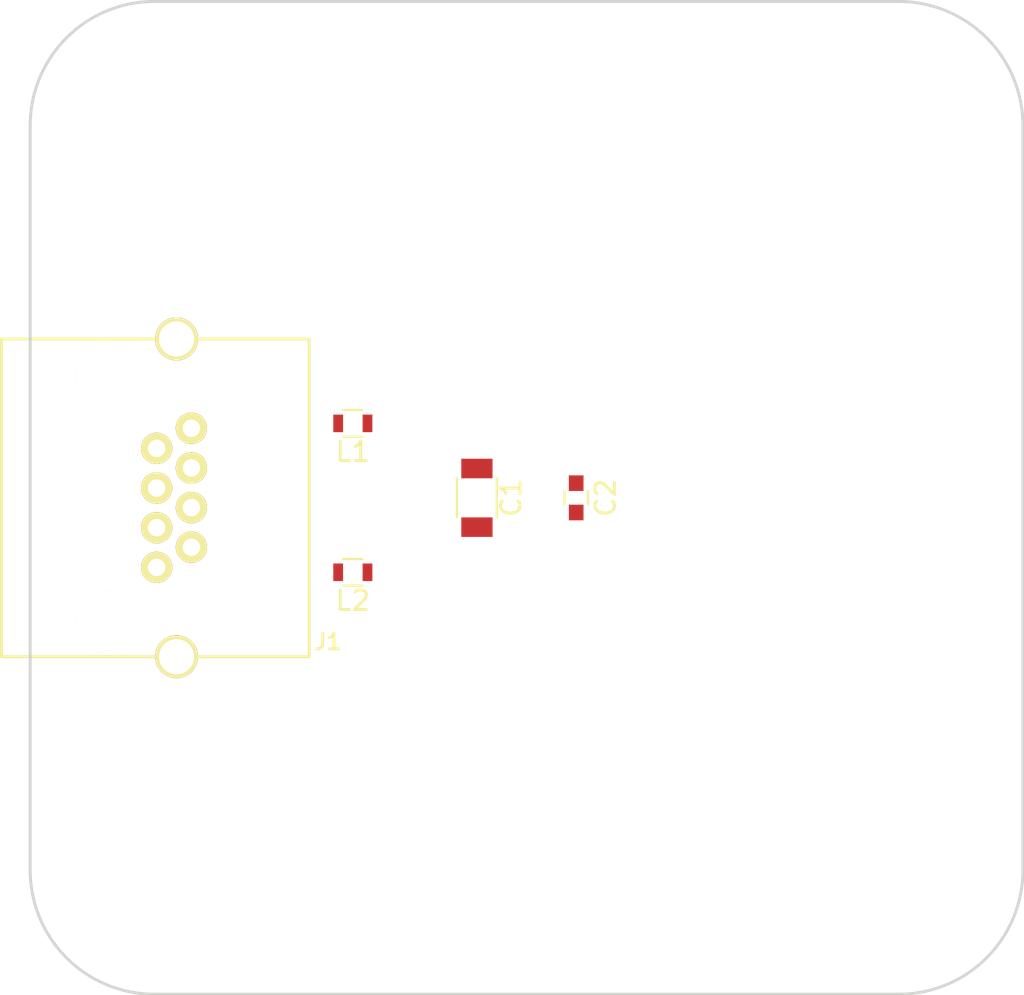
<source format=kicad_pcb>
(kicad_pcb (version 4) (host pcbnew 4.0.5)

  (general
    (links 8)
    (no_connects 8)
    (area 25.324999 25.324999 76.275001 76.275001)
    (thickness 1.6)
    (drawings 8)
    (tracks 0)
    (zones 0)
    (modules 7)
    (nets 5)
  )

  (page A4)
  (layers
    (0 F.Cu signal)
    (31 B.Cu signal)
    (32 B.Adhes user)
    (33 F.Adhes user)
    (34 B.Paste user)
    (35 F.Paste user)
    (36 B.SilkS user)
    (37 F.SilkS user)
    (38 B.Mask user)
    (39 F.Mask user)
    (40 Dwgs.User user)
    (41 Cmts.User user)
    (42 Eco1.User user)
    (43 Eco2.User user)
    (44 Edge.Cuts user)
    (45 Margin user)
    (46 B.CrtYd user)
    (47 F.CrtYd user)
    (48 B.Fab user)
    (49 F.Fab user)
  )

  (setup
    (last_trace_width 0.25)
    (trace_clearance 0.2)
    (zone_clearance 0.254)
    (zone_45_only yes)
    (trace_min 0.2)
    (segment_width 0.2)
    (edge_width 0.15)
    (via_size 0.6)
    (via_drill 0.4)
    (via_min_size 0.4)
    (via_min_drill 0.3)
    (uvia_size 0.3)
    (uvia_drill 0.1)
    (uvias_allowed no)
    (uvia_min_size 0.2)
    (uvia_min_drill 0.1)
    (pcb_text_width 0.3)
    (pcb_text_size 1.5 1.5)
    (mod_edge_width 0.15)
    (mod_text_size 1 1)
    (mod_text_width 0.15)
    (pad_size 1.524 1.524)
    (pad_drill 0.762)
    (pad_to_mask_clearance 0.2)
    (aux_axis_origin 0 0)
    (visible_elements 7FFFFF7F)
    (pcbplotparams
      (layerselection 0x00030_80000001)
      (usegerberextensions false)
      (excludeedgelayer true)
      (linewidth 0.150000)
      (plotframeref false)
      (viasonmask false)
      (mode 1)
      (useauxorigin false)
      (hpglpennumber 1)
      (hpglpenspeed 20)
      (hpglpendiameter 15)
      (hpglpenoverlay 2)
      (psnegative false)
      (psa4output false)
      (plotreference true)
      (plotvalue true)
      (plotinvisibletext false)
      (padsonsilk false)
      (subtractmaskfromsilk false)
      (outputformat 1)
      (mirror false)
      (drillshape 1)
      (scaleselection 1)
      (outputdirectory ""))
  )

  (net 0 "")
  (net 1 +3V3)
  (net 2 GND)
  (net 3 "Net-(J1-Pad8)")
  (net 4 "Net-(J1-Pad1)")

  (net_class Default "This is the default net class."
    (clearance 0.2)
    (trace_width 0.25)
    (via_dia 0.6)
    (via_drill 0.4)
    (uvia_dia 0.3)
    (uvia_drill 0.1)
    (add_net +3V3)
    (add_net GND)
    (add_net "Net-(J1-Pad1)")
    (add_net "Net-(J1-Pad8)")
  )

  (module Mounting_Holes:MountingHole_2.2mm_M2 (layer F.Cu) (tedit 59C2C638) (tstamp 59C55705)
    (at 50.8 69.85)
    (descr "Mounting Hole 2.2mm, no annular, M2")
    (tags "mounting hole 2.2mm no annular m2")
    (attr virtual)
    (fp_text reference REF** (at 0 -3.2) (layer F.SilkS) hide
      (effects (font (size 1 1) (thickness 0.15)))
    )
    (fp_text value MountingHole_2.2mm_M2 (at 0 3.2) (layer F.Fab) hide
      (effects (font (size 1 1) (thickness 0.15)))
    )
    (fp_text user %R (at 0.3 0) (layer F.Fab) hide
      (effects (font (size 1 1) (thickness 0.15)))
    )
    (fp_circle (center 0 0) (end 2.2 0) (layer Cmts.User) (width 0.15))
    (fp_circle (center 0 0) (end 2.45 0) (layer F.CrtYd) (width 0.05))
    (pad 1 np_thru_hole circle (at 0 0) (size 2.2 2.2) (drill 2.2) (layers *.Cu *.Mask))
  )

  (module Mounting_Holes:MountingHole_2.2mm_M2 (layer F.Cu) (tedit 59C2C638) (tstamp 59C556D9)
    (at 50.8 31.75)
    (descr "Mounting Hole 2.2mm, no annular, M2")
    (tags "mounting hole 2.2mm no annular m2")
    (attr virtual)
    (fp_text reference REF** (at 0 -3.2) (layer F.SilkS) hide
      (effects (font (size 1 1) (thickness 0.15)))
    )
    (fp_text value MountingHole_2.2mm_M2 (at 0 3.2) (layer F.Fab) hide
      (effects (font (size 1 1) (thickness 0.15)))
    )
    (fp_text user %R (at 0.3 0) (layer F.Fab) hide
      (effects (font (size 1 1) (thickness 0.15)))
    )
    (fp_circle (center 0 0) (end 2.2 0) (layer Cmts.User) (width 0.15))
    (fp_circle (center 0 0) (end 2.45 0) (layer F.CrtYd) (width 0.05))
    (pad 1 np_thru_hole circle (at 0 0) (size 2.2 2.2) (drill 2.2) (layers *.Cu *.Mask))
  )

  (module Capacitors_SMD:C_1206 (layer F.Cu) (tedit 58AA84B8) (tstamp 59C52139)
    (at 48.26 50.8 270)
    (descr "Capacitor SMD 1206, reflow soldering, AVX (see smccp.pdf)")
    (tags "capacitor 1206")
    (path /59C51FD2)
    (attr smd)
    (fp_text reference C1 (at 0 -1.75 270) (layer F.SilkS)
      (effects (font (size 1 1) (thickness 0.15)))
    )
    (fp_text value 10uF (at 0 2 270) (layer F.Fab)
      (effects (font (size 1 1) (thickness 0.15)))
    )
    (fp_text user %R (at 0 -1.75 270) (layer F.Fab)
      (effects (font (size 1 1) (thickness 0.15)))
    )
    (fp_line (start -1.6 0.8) (end -1.6 -0.8) (layer F.Fab) (width 0.1))
    (fp_line (start 1.6 0.8) (end -1.6 0.8) (layer F.Fab) (width 0.1))
    (fp_line (start 1.6 -0.8) (end 1.6 0.8) (layer F.Fab) (width 0.1))
    (fp_line (start -1.6 -0.8) (end 1.6 -0.8) (layer F.Fab) (width 0.1))
    (fp_line (start 1 -1.02) (end -1 -1.02) (layer F.SilkS) (width 0.12))
    (fp_line (start -1 1.02) (end 1 1.02) (layer F.SilkS) (width 0.12))
    (fp_line (start -2.25 -1.05) (end 2.25 -1.05) (layer F.CrtYd) (width 0.05))
    (fp_line (start -2.25 -1.05) (end -2.25 1.05) (layer F.CrtYd) (width 0.05))
    (fp_line (start 2.25 1.05) (end 2.25 -1.05) (layer F.CrtYd) (width 0.05))
    (fp_line (start 2.25 1.05) (end -2.25 1.05) (layer F.CrtYd) (width 0.05))
    (pad 1 smd rect (at -1.5 0 270) (size 1 1.6) (layers F.Cu F.Paste F.Mask)
      (net 1 +3V3))
    (pad 2 smd rect (at 1.5 0 270) (size 1 1.6) (layers F.Cu F.Paste F.Mask)
      (net 2 GND))
    (model Capacitors_SMD.3dshapes/C_1206.wrl
      (at (xyz 0 0 0))
      (scale (xyz 1 1 1))
      (rotate (xyz 0 0 0))
    )
  )

  (module Capacitors_SMD:C_0603 (layer F.Cu) (tedit 59958EE7) (tstamp 59C5214A)
    (at 53.34 50.8 270)
    (descr "Capacitor SMD 0603, reflow soldering, AVX (see smccp.pdf)")
    (tags "capacitor 0603")
    (path /59C5210D)
    (attr smd)
    (fp_text reference C2 (at 0 -1.5 270) (layer F.SilkS)
      (effects (font (size 1 1) (thickness 0.15)))
    )
    (fp_text value 0.1uF (at 0 1.5 270) (layer F.Fab)
      (effects (font (size 1 1) (thickness 0.15)))
    )
    (fp_line (start 1.4 0.65) (end -1.4 0.65) (layer F.CrtYd) (width 0.05))
    (fp_line (start 1.4 0.65) (end 1.4 -0.65) (layer F.CrtYd) (width 0.05))
    (fp_line (start -1.4 -0.65) (end -1.4 0.65) (layer F.CrtYd) (width 0.05))
    (fp_line (start -1.4 -0.65) (end 1.4 -0.65) (layer F.CrtYd) (width 0.05))
    (fp_line (start 0.35 0.6) (end -0.35 0.6) (layer F.SilkS) (width 0.12))
    (fp_line (start -0.35 -0.6) (end 0.35 -0.6) (layer F.SilkS) (width 0.12))
    (fp_line (start -0.8 -0.4) (end 0.8 -0.4) (layer F.Fab) (width 0.1))
    (fp_line (start 0.8 -0.4) (end 0.8 0.4) (layer F.Fab) (width 0.1))
    (fp_line (start 0.8 0.4) (end -0.8 0.4) (layer F.Fab) (width 0.1))
    (fp_line (start -0.8 0.4) (end -0.8 -0.4) (layer F.Fab) (width 0.1))
    (fp_text user %R (at 0 0 270) (layer F.Fab)
      (effects (font (size 0.3 0.3) (thickness 0.075)))
    )
    (pad 2 smd rect (at 0.75 0 270) (size 0.8 0.75) (layers F.Cu F.Paste F.Mask)
      (net 2 GND))
    (pad 1 smd rect (at -0.75 0 270) (size 0.8 0.75) (layers F.Cu F.Paste F.Mask)
      (net 1 +3V3))
    (model Capacitors_SMD.3dshapes/C_0603.wrl
      (at (xyz 0 0 0))
      (scale (xyz 1 1 1))
      (rotate (xyz 0 0 0))
    )
  )

  (module Resistors_SMD:R_0603 (layer F.Cu) (tedit 59C51B46) (tstamp 59C5215B)
    (at 41.91 46.99 180)
    (descr "Resistor SMD 0603, reflow soldering, Vishay (see dcrcw.pdf)")
    (tags "resistor 0603")
    (path /59C51D7D)
    (attr smd)
    (fp_text reference L1 (at 0 -1.45 180) (layer F.SilkS)
      (effects (font (size 1 1) (thickness 0.15)))
    )
    (fp_text value Ferrite_Bead (at 0 1.5 180) (layer F.Fab) hide
      (effects (font (size 1 1) (thickness 0.15)))
    )
    (fp_text user %R (at 0 0 180) (layer F.Fab)
      (effects (font (size 0.4 0.4) (thickness 0.075)))
    )
    (fp_line (start -0.8 0.4) (end -0.8 -0.4) (layer F.Fab) (width 0.1))
    (fp_line (start 0.8 0.4) (end -0.8 0.4) (layer F.Fab) (width 0.1))
    (fp_line (start 0.8 -0.4) (end 0.8 0.4) (layer F.Fab) (width 0.1))
    (fp_line (start -0.8 -0.4) (end 0.8 -0.4) (layer F.Fab) (width 0.1))
    (fp_line (start 0.5 0.68) (end -0.5 0.68) (layer F.SilkS) (width 0.12))
    (fp_line (start -0.5 -0.68) (end 0.5 -0.68) (layer F.SilkS) (width 0.12))
    (fp_line (start -1.25 -0.7) (end 1.25 -0.7) (layer F.CrtYd) (width 0.05))
    (fp_line (start -1.25 -0.7) (end -1.25 0.7) (layer F.CrtYd) (width 0.05))
    (fp_line (start 1.25 0.7) (end 1.25 -0.7) (layer F.CrtYd) (width 0.05))
    (fp_line (start 1.25 0.7) (end -1.25 0.7) (layer F.CrtYd) (width 0.05))
    (pad 1 smd rect (at -0.75 0 180) (size 0.5 0.9) (layers F.Cu F.Paste F.Mask)
      (net 1 +3V3))
    (pad 2 smd rect (at 0.75 0 180) (size 0.5 0.9) (layers F.Cu F.Paste F.Mask)
      (net 3 "Net-(J1-Pad8)"))
    (model ${KISYS3DMOD}/Resistors_SMD.3dshapes/R_0603.wrl
      (at (xyz 0 0 0))
      (scale (xyz 1 1 1))
      (rotate (xyz 0 0 0))
    )
  )

  (module Resistors_SMD:R_0603 (layer F.Cu) (tedit 59C51B4A) (tstamp 59C5216C)
    (at 41.91 54.61 180)
    (descr "Resistor SMD 0603, reflow soldering, Vishay (see dcrcw.pdf)")
    (tags "resistor 0603")
    (path /59C51E56)
    (attr smd)
    (fp_text reference L2 (at 0 -1.45 180) (layer F.SilkS)
      (effects (font (size 1 1) (thickness 0.15)))
    )
    (fp_text value Ferrite_Bead (at 0 1.5 180) (layer F.Fab) hide
      (effects (font (size 1 1) (thickness 0.15)))
    )
    (fp_text user %R (at 0 0 180) (layer F.Fab)
      (effects (font (size 0.4 0.4) (thickness 0.075)))
    )
    (fp_line (start -0.8 0.4) (end -0.8 -0.4) (layer F.Fab) (width 0.1))
    (fp_line (start 0.8 0.4) (end -0.8 0.4) (layer F.Fab) (width 0.1))
    (fp_line (start 0.8 -0.4) (end 0.8 0.4) (layer F.Fab) (width 0.1))
    (fp_line (start -0.8 -0.4) (end 0.8 -0.4) (layer F.Fab) (width 0.1))
    (fp_line (start 0.5 0.68) (end -0.5 0.68) (layer F.SilkS) (width 0.12))
    (fp_line (start -0.5 -0.68) (end 0.5 -0.68) (layer F.SilkS) (width 0.12))
    (fp_line (start -1.25 -0.7) (end 1.25 -0.7) (layer F.CrtYd) (width 0.05))
    (fp_line (start -1.25 -0.7) (end -1.25 0.7) (layer F.CrtYd) (width 0.05))
    (fp_line (start 1.25 0.7) (end 1.25 -0.7) (layer F.CrtYd) (width 0.05))
    (fp_line (start 1.25 0.7) (end -1.25 0.7) (layer F.CrtYd) (width 0.05))
    (pad 1 smd rect (at -0.75 0 180) (size 0.5 0.9) (layers F.Cu F.Paste F.Mask)
      (net 2 GND))
    (pad 2 smd rect (at 0.75 0 180) (size 0.5 0.9) (layers F.Cu F.Paste F.Mask)
      (net 4 "Net-(J1-Pad1)"))
    (model ${KISYS3DMOD}/Resistors_SMD.3dshapes/R_0603.wrl
      (at (xyz 0 0 0))
      (scale (xyz 1 1 1))
      (rotate (xyz 0 0 0))
    )
  )

  (module CA6:RJ45_pcbwing (layer F.Cu) (tedit 59C51B15) (tstamp 59C5271F)
    (at 31.75 50.8 270)
    (path /59C51B7D)
    (fp_text reference J1 (at 7.366 -8.89 360) (layer F.SilkS)
      (effects (font (size 0.8 0.8) (thickness 0.15)))
    )
    (fp_text value JACK_RJ45 (at -5.08 -8.636 270) (layer F.SilkS) hide
      (effects (font (size 0.8 0.8) (thickness 0.15)))
    )
    (fp_line (start -8.13 7.82) (end -8.13 -7.93) (layer F.SilkS) (width 0.14986))
    (fp_line (start -8.13 -7.93) (end 8.13 -7.93) (layer F.SilkS) (width 0.14986))
    (fp_line (start 8.13 -7.93) (end 8.13 7.82) (layer F.SilkS) (width 0.14986))
    (fp_line (start 8.13 7.82) (end -8.13 7.82) (layer F.SilkS) (width 0.14986))
    (pad 8 thru_hole circle (at -8.13 -1.14 270) (size 2.2 2.2) (drill 1.8) (layers *.Cu *.Mask F.SilkS)
      (net 3 "Net-(J1-Pad8)"))
    (pad 8 thru_hole circle (at 8.13 -1.14 270) (size 2.2 2.2) (drill 1.8) (layers *.Cu *.Mask F.SilkS)
      (net 3 "Net-(J1-Pad8)"))
    (pad "" np_thru_hole circle (at -6.35 2.42 270) (size 3.25 3.25) (drill 3.25) (layers *.Cu *.Mask F.SilkS))
    (pad "" np_thru_hole circle (at 6.35 2.42 270) (size 3.25 3.25) (drill 3.25) (layers *.Cu *.Mask F.SilkS))
    (pad 5 thru_hole circle (at -0.5 -0.12 270) (size 1.6 1.6) (drill 0.89) (layers *.Cu *.Mask F.SilkS))
    (pad 3 thru_hole circle (at 1.53 -0.12 270) (size 1.6 1.6) (drill 0.89) (layers *.Cu *.Mask F.SilkS))
    (pad 6 thru_hole circle (at -1.53 -1.9 270) (size 1.6 1.6) (drill 0.89) (layers *.Cu *.Mask F.SilkS))
    (pad 4 thru_hole circle (at 0.5 -1.9 270) (size 1.6 1.6) (drill 0.89) (layers *.Cu *.Mask F.SilkS))
    (pad 8 thru_hole circle (at -3.56 -1.9 270) (size 1.6 1.6) (drill 0.89) (layers *.Cu *.Mask F.SilkS)
      (net 3 "Net-(J1-Pad8)"))
    (pad 7 thru_hole circle (at -2.53 -0.12 270) (size 1.6 1.6) (drill 0.89) (layers *.Cu *.Mask F.SilkS))
    (pad 2 thru_hole circle (at 2.53 -1.9 270) (size 1.6 1.6) (drill 0.89) (layers *.Cu *.Mask F.SilkS))
    (pad 1 thru_hole circle (at 3.56 -0.12 270) (size 1.6 1.6) (drill 0.89) (layers *.Cu *.Mask F.SilkS)
      (net 4 "Net-(J1-Pad1)"))
  )

  (gr_arc (start 31.75 69.85) (end 31.75 76.2) (angle 90) (layer Edge.Cuts) (width 0.15))
  (gr_arc (start 69.85 69.85) (end 76.2 69.85) (angle 90) (layer Edge.Cuts) (width 0.15))
  (gr_arc (start 69.85 31.75) (end 69.85 25.4) (angle 90) (layer Edge.Cuts) (width 0.15))
  (gr_arc (start 31.75 31.75) (end 25.4 31.75) (angle 90) (layer Edge.Cuts) (width 0.15))
  (gr_line (start 25.4 69.85) (end 25.4 31.75) (angle 90) (layer Edge.Cuts) (width 0.15))
  (gr_line (start 69.85 76.2) (end 31.75 76.2) (angle 90) (layer Edge.Cuts) (width 0.15))
  (gr_line (start 76.2 31.75) (end 76.2 69.85) (angle 90) (layer Edge.Cuts) (width 0.15))
  (gr_line (start 31.75 25.4) (end 69.85 25.4) (angle 90) (layer Edge.Cuts) (width 0.15))

)

</source>
